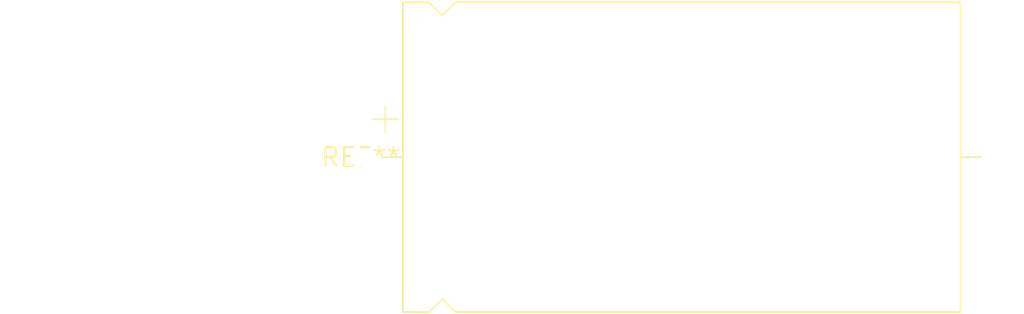
<source format=kicad_pcb>
(kicad_pcb (version 20240108) (generator pcbnew)
  (layers (0 "F.Cu" signal) (31 "B.Cu" signal) (34 "B.Paste" user) (35 "F.Paste" user) (36 "B.SilkS" user "B.Silkscreen") (37 "F.SilkS" user "F.Silkscreen") (38 "B.Mask" user) (39 "F.Mask" user) (44 "Edge.Cuts" user))
  (net 0 "")
  (footprint "CP_Axial_L38.0mm_D21.0mm_P44.00mm_Horizontal" (layer "F.Cu") (at 0 0)
    (property "Reference" "REF**")
    (property "Value" "CP_Axial_L38.0mm_D21.0mm_P44.00mm_Horizontal")
    (fp_line (start 0.78 -2.6) (end 2.58 -2.6) (layer "F.SilkS") (stroke (width 0.12)))
    (fp_line (start 1.44 0) (end 2.88 0) (layer "F.SilkS") (stroke (width 0.12)))
    (fp_line (start 1.68 -3.5) (end 1.68 -1.7) (layer "F.SilkS") (stroke (width 0.12)))
    (fp_line (start 2.88 -10.62) (end 2.88 10.62) (layer "F.SilkS") (stroke (width 0.12)))
    (fp_line (start 2.88 -10.62) (end 4.68 -10.62) (layer "F.SilkS") (stroke (width 0.12)))
    (fp_line (start 2.88 10.62) (end 4.68 10.62) (layer "F.SilkS") (stroke (width 0.12)))
    (fp_line (start 4.68 -10.62) (end 5.58 -9.72) (layer "F.SilkS") (stroke (width 0.12)))
    (fp_line (start 4.68 10.62) (end 5.58 9.72) (layer "F.SilkS") (stroke (width 0.12)))
    (fp_line (start 5.58 -9.72) (end 6.48 -10.62) (layer "F.SilkS") (stroke (width 0.12)))
    (fp_line (start 5.58 9.72) (end 6.48 10.62) (layer "F.SilkS") (stroke (width 0.12)))
    (fp_line (start 6.48 -10.62) (end 41.12 -10.62) (layer "F.SilkS") (stroke (width 0.12)))
    (fp_line (start 6.48 10.62) (end 41.12 10.62) (layer "F.SilkS") (stroke (width 0.12)))
    (fp_line (start 41.12 -10.62) (end 41.12 10.62) (layer "F.SilkS") (stroke (width 0.12)))
    (fp_line (start 42.56 0) (end 41.12 0) (layer "F.SilkS") (stroke (width 0.12)))
    (pad "1" thru_hole rect (at 0 0) (size 2.4 2.4) (drill 1.2) (layers *.Cu *.Mask) (remove_unused_layers))
    (pad "2" thru_hole oval (at 44 0) (size 2.4 2.4) (drill 1.2) (layers *.Cu *.Mask) (remove_unused_layers))
  )
)
</source>
